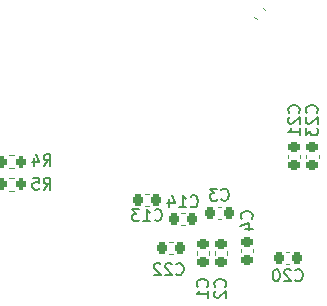
<source format=gbo>
%TF.GenerationSoftware,KiCad,Pcbnew,(7.0.0)*%
%TF.CreationDate,2023-04-01T17:32:09+03:00*%
%TF.ProjectId,base_board,62617365-5f62-46f6-9172-642e6b696361,rev?*%
%TF.SameCoordinates,Original*%
%TF.FileFunction,Legend,Bot*%
%TF.FilePolarity,Positive*%
%FSLAX46Y46*%
G04 Gerber Fmt 4.6, Leading zero omitted, Abs format (unit mm)*
G04 Created by KiCad (PCBNEW (7.0.0)) date 2023-04-01 17:32:09*
%MOMM*%
%LPD*%
G01*
G04 APERTURE LIST*
G04 Aperture macros list*
%AMRoundRect*
0 Rectangle with rounded corners*
0 $1 Rounding radius*
0 $2 $3 $4 $5 $6 $7 $8 $9 X,Y pos of 4 corners*
0 Add a 4 corners polygon primitive as box body*
4,1,4,$2,$3,$4,$5,$6,$7,$8,$9,$2,$3,0*
0 Add four circle primitives for the rounded corners*
1,1,$1+$1,$2,$3*
1,1,$1+$1,$4,$5*
1,1,$1+$1,$6,$7*
1,1,$1+$1,$8,$9*
0 Add four rect primitives between the rounded corners*
20,1,$1+$1,$2,$3,$4,$5,0*
20,1,$1+$1,$4,$5,$6,$7,0*
20,1,$1+$1,$6,$7,$8,$9,0*
20,1,$1+$1,$8,$9,$2,$3,0*%
G04 Aperture macros list end*
%ADD10C,0.150000*%
%ADD11C,0.120000*%
%ADD12C,3.200000*%
%ADD13R,1.700000X1.700000*%
%ADD14O,1.700000X1.700000*%
%ADD15C,0.650000*%
%ADD16O,2.100000X1.000000*%
%ADD17O,1.600000X1.000000*%
%ADD18RoundRect,0.225000X-0.225000X-0.250000X0.225000X-0.250000X0.225000X0.250000X-0.225000X0.250000X0*%
%ADD19RoundRect,0.225000X0.250000X-0.225000X0.250000X0.225000X-0.250000X0.225000X-0.250000X-0.225000X0*%
%ADD20RoundRect,0.225000X-0.250000X0.225000X-0.250000X-0.225000X0.250000X-0.225000X0.250000X0.225000X0*%
%ADD21RoundRect,0.225000X-0.335876X-0.017678X-0.017678X-0.335876X0.335876X0.017678X0.017678X0.335876X0*%
%ADD22RoundRect,0.225000X0.225000X0.250000X-0.225000X0.250000X-0.225000X-0.250000X0.225000X-0.250000X0*%
%ADD23RoundRect,0.200000X-0.200000X-0.275000X0.200000X-0.275000X0.200000X0.275000X-0.200000X0.275000X0*%
%ADD24RoundRect,0.200000X0.200000X0.275000X-0.200000X0.275000X-0.200000X-0.275000X0.200000X-0.275000X0*%
G04 APERTURE END LIST*
D10*
X132727857Y-109772142D02*
X132775476Y-109819761D01*
X132775476Y-109819761D02*
X132918333Y-109867380D01*
X132918333Y-109867380D02*
X133013571Y-109867380D01*
X133013571Y-109867380D02*
X133156428Y-109819761D01*
X133156428Y-109819761D02*
X133251666Y-109724523D01*
X133251666Y-109724523D02*
X133299285Y-109629285D01*
X133299285Y-109629285D02*
X133346904Y-109438809D01*
X133346904Y-109438809D02*
X133346904Y-109295952D01*
X133346904Y-109295952D02*
X133299285Y-109105476D01*
X133299285Y-109105476D02*
X133251666Y-109010238D01*
X133251666Y-109010238D02*
X133156428Y-108915000D01*
X133156428Y-108915000D02*
X133013571Y-108867380D01*
X133013571Y-108867380D02*
X132918333Y-108867380D01*
X132918333Y-108867380D02*
X132775476Y-108915000D01*
X132775476Y-108915000D02*
X132727857Y-108962619D01*
X132346904Y-108962619D02*
X132299285Y-108915000D01*
X132299285Y-108915000D02*
X132204047Y-108867380D01*
X132204047Y-108867380D02*
X131965952Y-108867380D01*
X131965952Y-108867380D02*
X131870714Y-108915000D01*
X131870714Y-108915000D02*
X131823095Y-108962619D01*
X131823095Y-108962619D02*
X131775476Y-109057857D01*
X131775476Y-109057857D02*
X131775476Y-109153095D01*
X131775476Y-109153095D02*
X131823095Y-109295952D01*
X131823095Y-109295952D02*
X132394523Y-109867380D01*
X132394523Y-109867380D02*
X131775476Y-109867380D01*
X131156428Y-108867380D02*
X131061190Y-108867380D01*
X131061190Y-108867380D02*
X130965952Y-108915000D01*
X130965952Y-108915000D02*
X130918333Y-108962619D01*
X130918333Y-108962619D02*
X130870714Y-109057857D01*
X130870714Y-109057857D02*
X130823095Y-109248333D01*
X130823095Y-109248333D02*
X130823095Y-109486428D01*
X130823095Y-109486428D02*
X130870714Y-109676904D01*
X130870714Y-109676904D02*
X130918333Y-109772142D01*
X130918333Y-109772142D02*
X130965952Y-109819761D01*
X130965952Y-109819761D02*
X131061190Y-109867380D01*
X131061190Y-109867380D02*
X131156428Y-109867380D01*
X131156428Y-109867380D02*
X131251666Y-109819761D01*
X131251666Y-109819761D02*
X131299285Y-109772142D01*
X131299285Y-109772142D02*
X131346904Y-109676904D01*
X131346904Y-109676904D02*
X131394523Y-109486428D01*
X131394523Y-109486428D02*
X131394523Y-109248333D01*
X131394523Y-109248333D02*
X131346904Y-109057857D01*
X131346904Y-109057857D02*
X131299285Y-108962619D01*
X131299285Y-108962619D02*
X131251666Y-108915000D01*
X131251666Y-108915000D02*
X131156428Y-108867380D01*
X134522142Y-95607142D02*
X134569761Y-95559523D01*
X134569761Y-95559523D02*
X134617380Y-95416666D01*
X134617380Y-95416666D02*
X134617380Y-95321428D01*
X134617380Y-95321428D02*
X134569761Y-95178571D01*
X134569761Y-95178571D02*
X134474523Y-95083333D01*
X134474523Y-95083333D02*
X134379285Y-95035714D01*
X134379285Y-95035714D02*
X134188809Y-94988095D01*
X134188809Y-94988095D02*
X134045952Y-94988095D01*
X134045952Y-94988095D02*
X133855476Y-95035714D01*
X133855476Y-95035714D02*
X133760238Y-95083333D01*
X133760238Y-95083333D02*
X133665000Y-95178571D01*
X133665000Y-95178571D02*
X133617380Y-95321428D01*
X133617380Y-95321428D02*
X133617380Y-95416666D01*
X133617380Y-95416666D02*
X133665000Y-95559523D01*
X133665000Y-95559523D02*
X133712619Y-95607142D01*
X133712619Y-95988095D02*
X133665000Y-96035714D01*
X133665000Y-96035714D02*
X133617380Y-96130952D01*
X133617380Y-96130952D02*
X133617380Y-96369047D01*
X133617380Y-96369047D02*
X133665000Y-96464285D01*
X133665000Y-96464285D02*
X133712619Y-96511904D01*
X133712619Y-96511904D02*
X133807857Y-96559523D01*
X133807857Y-96559523D02*
X133903095Y-96559523D01*
X133903095Y-96559523D02*
X134045952Y-96511904D01*
X134045952Y-96511904D02*
X134617380Y-95940476D01*
X134617380Y-95940476D02*
X134617380Y-96559523D01*
X133617380Y-96892857D02*
X133617380Y-97511904D01*
X133617380Y-97511904D02*
X133998333Y-97178571D01*
X133998333Y-97178571D02*
X133998333Y-97321428D01*
X133998333Y-97321428D02*
X134045952Y-97416666D01*
X134045952Y-97416666D02*
X134093571Y-97464285D01*
X134093571Y-97464285D02*
X134188809Y-97511904D01*
X134188809Y-97511904D02*
X134426904Y-97511904D01*
X134426904Y-97511904D02*
X134522142Y-97464285D01*
X134522142Y-97464285D02*
X134569761Y-97416666D01*
X134569761Y-97416666D02*
X134617380Y-97321428D01*
X134617380Y-97321428D02*
X134617380Y-97035714D01*
X134617380Y-97035714D02*
X134569761Y-96940476D01*
X134569761Y-96940476D02*
X134522142Y-96892857D01*
X126772142Y-110333333D02*
X126819761Y-110285714D01*
X126819761Y-110285714D02*
X126867380Y-110142857D01*
X126867380Y-110142857D02*
X126867380Y-110047619D01*
X126867380Y-110047619D02*
X126819761Y-109904762D01*
X126819761Y-109904762D02*
X126724523Y-109809524D01*
X126724523Y-109809524D02*
X126629285Y-109761905D01*
X126629285Y-109761905D02*
X126438809Y-109714286D01*
X126438809Y-109714286D02*
X126295952Y-109714286D01*
X126295952Y-109714286D02*
X126105476Y-109761905D01*
X126105476Y-109761905D02*
X126010238Y-109809524D01*
X126010238Y-109809524D02*
X125915000Y-109904762D01*
X125915000Y-109904762D02*
X125867380Y-110047619D01*
X125867380Y-110047619D02*
X125867380Y-110142857D01*
X125867380Y-110142857D02*
X125915000Y-110285714D01*
X125915000Y-110285714D02*
X125962619Y-110333333D01*
X125962619Y-110714286D02*
X125915000Y-110761905D01*
X125915000Y-110761905D02*
X125867380Y-110857143D01*
X125867380Y-110857143D02*
X125867380Y-111095238D01*
X125867380Y-111095238D02*
X125915000Y-111190476D01*
X125915000Y-111190476D02*
X125962619Y-111238095D01*
X125962619Y-111238095D02*
X126057857Y-111285714D01*
X126057857Y-111285714D02*
X126153095Y-111285714D01*
X126153095Y-111285714D02*
X126295952Y-111238095D01*
X126295952Y-111238095D02*
X126867380Y-110666667D01*
X126867380Y-110666667D02*
X126867380Y-111285714D01*
X125272142Y-110333333D02*
X125319761Y-110285714D01*
X125319761Y-110285714D02*
X125367380Y-110142857D01*
X125367380Y-110142857D02*
X125367380Y-110047619D01*
X125367380Y-110047619D02*
X125319761Y-109904762D01*
X125319761Y-109904762D02*
X125224523Y-109809524D01*
X125224523Y-109809524D02*
X125129285Y-109761905D01*
X125129285Y-109761905D02*
X124938809Y-109714286D01*
X124938809Y-109714286D02*
X124795952Y-109714286D01*
X124795952Y-109714286D02*
X124605476Y-109761905D01*
X124605476Y-109761905D02*
X124510238Y-109809524D01*
X124510238Y-109809524D02*
X124415000Y-109904762D01*
X124415000Y-109904762D02*
X124367380Y-110047619D01*
X124367380Y-110047619D02*
X124367380Y-110142857D01*
X124367380Y-110142857D02*
X124415000Y-110285714D01*
X124415000Y-110285714D02*
X124462619Y-110333333D01*
X125367380Y-111285714D02*
X125367380Y-110714286D01*
X125367380Y-111000000D02*
X124367380Y-111000000D01*
X124367380Y-111000000D02*
X124510238Y-110904762D01*
X124510238Y-110904762D02*
X124605476Y-110809524D01*
X124605476Y-110809524D02*
X124653095Y-110714286D01*
X129022142Y-104583333D02*
X129069761Y-104535714D01*
X129069761Y-104535714D02*
X129117380Y-104392857D01*
X129117380Y-104392857D02*
X129117380Y-104297619D01*
X129117380Y-104297619D02*
X129069761Y-104154762D01*
X129069761Y-104154762D02*
X128974523Y-104059524D01*
X128974523Y-104059524D02*
X128879285Y-104011905D01*
X128879285Y-104011905D02*
X128688809Y-103964286D01*
X128688809Y-103964286D02*
X128545952Y-103964286D01*
X128545952Y-103964286D02*
X128355476Y-104011905D01*
X128355476Y-104011905D02*
X128260238Y-104059524D01*
X128260238Y-104059524D02*
X128165000Y-104154762D01*
X128165000Y-104154762D02*
X128117380Y-104297619D01*
X128117380Y-104297619D02*
X128117380Y-104392857D01*
X128117380Y-104392857D02*
X128165000Y-104535714D01*
X128165000Y-104535714D02*
X128212619Y-104583333D01*
X128450714Y-105440476D02*
X129117380Y-105440476D01*
X128069761Y-105202381D02*
X128784047Y-104964286D01*
X128784047Y-104964286D02*
X128784047Y-105583333D01*
X126466666Y-102952142D02*
X126514285Y-102999761D01*
X126514285Y-102999761D02*
X126657142Y-103047380D01*
X126657142Y-103047380D02*
X126752380Y-103047380D01*
X126752380Y-103047380D02*
X126895237Y-102999761D01*
X126895237Y-102999761D02*
X126990475Y-102904523D01*
X126990475Y-102904523D02*
X127038094Y-102809285D01*
X127038094Y-102809285D02*
X127085713Y-102618809D01*
X127085713Y-102618809D02*
X127085713Y-102475952D01*
X127085713Y-102475952D02*
X127038094Y-102285476D01*
X127038094Y-102285476D02*
X126990475Y-102190238D01*
X126990475Y-102190238D02*
X126895237Y-102095000D01*
X126895237Y-102095000D02*
X126752380Y-102047380D01*
X126752380Y-102047380D02*
X126657142Y-102047380D01*
X126657142Y-102047380D02*
X126514285Y-102095000D01*
X126514285Y-102095000D02*
X126466666Y-102142619D01*
X126133332Y-102047380D02*
X125514285Y-102047380D01*
X125514285Y-102047380D02*
X125847618Y-102428333D01*
X125847618Y-102428333D02*
X125704761Y-102428333D01*
X125704761Y-102428333D02*
X125609523Y-102475952D01*
X125609523Y-102475952D02*
X125561904Y-102523571D01*
X125561904Y-102523571D02*
X125514285Y-102618809D01*
X125514285Y-102618809D02*
X125514285Y-102856904D01*
X125514285Y-102856904D02*
X125561904Y-102952142D01*
X125561904Y-102952142D02*
X125609523Y-102999761D01*
X125609523Y-102999761D02*
X125704761Y-103047380D01*
X125704761Y-103047380D02*
X125990475Y-103047380D01*
X125990475Y-103047380D02*
X126085713Y-102999761D01*
X126085713Y-102999761D02*
X126133332Y-102952142D01*
X123852857Y-103522142D02*
X123900476Y-103569761D01*
X123900476Y-103569761D02*
X124043333Y-103617380D01*
X124043333Y-103617380D02*
X124138571Y-103617380D01*
X124138571Y-103617380D02*
X124281428Y-103569761D01*
X124281428Y-103569761D02*
X124376666Y-103474523D01*
X124376666Y-103474523D02*
X124424285Y-103379285D01*
X124424285Y-103379285D02*
X124471904Y-103188809D01*
X124471904Y-103188809D02*
X124471904Y-103045952D01*
X124471904Y-103045952D02*
X124424285Y-102855476D01*
X124424285Y-102855476D02*
X124376666Y-102760238D01*
X124376666Y-102760238D02*
X124281428Y-102665000D01*
X124281428Y-102665000D02*
X124138571Y-102617380D01*
X124138571Y-102617380D02*
X124043333Y-102617380D01*
X124043333Y-102617380D02*
X123900476Y-102665000D01*
X123900476Y-102665000D02*
X123852857Y-102712619D01*
X122900476Y-103617380D02*
X123471904Y-103617380D01*
X123186190Y-103617380D02*
X123186190Y-102617380D01*
X123186190Y-102617380D02*
X123281428Y-102760238D01*
X123281428Y-102760238D02*
X123376666Y-102855476D01*
X123376666Y-102855476D02*
X123471904Y-102903095D01*
X122043333Y-102950714D02*
X122043333Y-103617380D01*
X122281428Y-102569761D02*
X122519523Y-103284047D01*
X122519523Y-103284047D02*
X121900476Y-103284047D01*
X122642857Y-109272142D02*
X122690476Y-109319761D01*
X122690476Y-109319761D02*
X122833333Y-109367380D01*
X122833333Y-109367380D02*
X122928571Y-109367380D01*
X122928571Y-109367380D02*
X123071428Y-109319761D01*
X123071428Y-109319761D02*
X123166666Y-109224523D01*
X123166666Y-109224523D02*
X123214285Y-109129285D01*
X123214285Y-109129285D02*
X123261904Y-108938809D01*
X123261904Y-108938809D02*
X123261904Y-108795952D01*
X123261904Y-108795952D02*
X123214285Y-108605476D01*
X123214285Y-108605476D02*
X123166666Y-108510238D01*
X123166666Y-108510238D02*
X123071428Y-108415000D01*
X123071428Y-108415000D02*
X122928571Y-108367380D01*
X122928571Y-108367380D02*
X122833333Y-108367380D01*
X122833333Y-108367380D02*
X122690476Y-108415000D01*
X122690476Y-108415000D02*
X122642857Y-108462619D01*
X122261904Y-108462619D02*
X122214285Y-108415000D01*
X122214285Y-108415000D02*
X122119047Y-108367380D01*
X122119047Y-108367380D02*
X121880952Y-108367380D01*
X121880952Y-108367380D02*
X121785714Y-108415000D01*
X121785714Y-108415000D02*
X121738095Y-108462619D01*
X121738095Y-108462619D02*
X121690476Y-108557857D01*
X121690476Y-108557857D02*
X121690476Y-108653095D01*
X121690476Y-108653095D02*
X121738095Y-108795952D01*
X121738095Y-108795952D02*
X122309523Y-109367380D01*
X122309523Y-109367380D02*
X121690476Y-109367380D01*
X121309523Y-108462619D02*
X121261904Y-108415000D01*
X121261904Y-108415000D02*
X121166666Y-108367380D01*
X121166666Y-108367380D02*
X120928571Y-108367380D01*
X120928571Y-108367380D02*
X120833333Y-108415000D01*
X120833333Y-108415000D02*
X120785714Y-108462619D01*
X120785714Y-108462619D02*
X120738095Y-108557857D01*
X120738095Y-108557857D02*
X120738095Y-108653095D01*
X120738095Y-108653095D02*
X120785714Y-108795952D01*
X120785714Y-108795952D02*
X121357142Y-109367380D01*
X121357142Y-109367380D02*
X120738095Y-109367380D01*
X111416666Y-100117380D02*
X111749999Y-99641190D01*
X111988094Y-100117380D02*
X111988094Y-99117380D01*
X111988094Y-99117380D02*
X111607142Y-99117380D01*
X111607142Y-99117380D02*
X111511904Y-99165000D01*
X111511904Y-99165000D02*
X111464285Y-99212619D01*
X111464285Y-99212619D02*
X111416666Y-99307857D01*
X111416666Y-99307857D02*
X111416666Y-99450714D01*
X111416666Y-99450714D02*
X111464285Y-99545952D01*
X111464285Y-99545952D02*
X111511904Y-99593571D01*
X111511904Y-99593571D02*
X111607142Y-99641190D01*
X111607142Y-99641190D02*
X111988094Y-99641190D01*
X110559523Y-99450714D02*
X110559523Y-100117380D01*
X110797618Y-99069761D02*
X111035713Y-99784047D01*
X111035713Y-99784047D02*
X110416666Y-99784047D01*
X133022142Y-95607142D02*
X133069761Y-95559523D01*
X133069761Y-95559523D02*
X133117380Y-95416666D01*
X133117380Y-95416666D02*
X133117380Y-95321428D01*
X133117380Y-95321428D02*
X133069761Y-95178571D01*
X133069761Y-95178571D02*
X132974523Y-95083333D01*
X132974523Y-95083333D02*
X132879285Y-95035714D01*
X132879285Y-95035714D02*
X132688809Y-94988095D01*
X132688809Y-94988095D02*
X132545952Y-94988095D01*
X132545952Y-94988095D02*
X132355476Y-95035714D01*
X132355476Y-95035714D02*
X132260238Y-95083333D01*
X132260238Y-95083333D02*
X132165000Y-95178571D01*
X132165000Y-95178571D02*
X132117380Y-95321428D01*
X132117380Y-95321428D02*
X132117380Y-95416666D01*
X132117380Y-95416666D02*
X132165000Y-95559523D01*
X132165000Y-95559523D02*
X132212619Y-95607142D01*
X132212619Y-95988095D02*
X132165000Y-96035714D01*
X132165000Y-96035714D02*
X132117380Y-96130952D01*
X132117380Y-96130952D02*
X132117380Y-96369047D01*
X132117380Y-96369047D02*
X132165000Y-96464285D01*
X132165000Y-96464285D02*
X132212619Y-96511904D01*
X132212619Y-96511904D02*
X132307857Y-96559523D01*
X132307857Y-96559523D02*
X132403095Y-96559523D01*
X132403095Y-96559523D02*
X132545952Y-96511904D01*
X132545952Y-96511904D02*
X133117380Y-95940476D01*
X133117380Y-95940476D02*
X133117380Y-96559523D01*
X133117380Y-97511904D02*
X133117380Y-96940476D01*
X133117380Y-97226190D02*
X132117380Y-97226190D01*
X132117380Y-97226190D02*
X132260238Y-97130952D01*
X132260238Y-97130952D02*
X132355476Y-97035714D01*
X132355476Y-97035714D02*
X132403095Y-96940476D01*
X111416666Y-102117380D02*
X111749999Y-101641190D01*
X111988094Y-102117380D02*
X111988094Y-101117380D01*
X111988094Y-101117380D02*
X111607142Y-101117380D01*
X111607142Y-101117380D02*
X111511904Y-101165000D01*
X111511904Y-101165000D02*
X111464285Y-101212619D01*
X111464285Y-101212619D02*
X111416666Y-101307857D01*
X111416666Y-101307857D02*
X111416666Y-101450714D01*
X111416666Y-101450714D02*
X111464285Y-101545952D01*
X111464285Y-101545952D02*
X111511904Y-101593571D01*
X111511904Y-101593571D02*
X111607142Y-101641190D01*
X111607142Y-101641190D02*
X111988094Y-101641190D01*
X110511904Y-101117380D02*
X110988094Y-101117380D01*
X110988094Y-101117380D02*
X111035713Y-101593571D01*
X111035713Y-101593571D02*
X110988094Y-101545952D01*
X110988094Y-101545952D02*
X110892856Y-101498333D01*
X110892856Y-101498333D02*
X110654761Y-101498333D01*
X110654761Y-101498333D02*
X110559523Y-101545952D01*
X110559523Y-101545952D02*
X110511904Y-101593571D01*
X110511904Y-101593571D02*
X110464285Y-101688809D01*
X110464285Y-101688809D02*
X110464285Y-101926904D01*
X110464285Y-101926904D02*
X110511904Y-102022142D01*
X110511904Y-102022142D02*
X110559523Y-102069761D01*
X110559523Y-102069761D02*
X110654761Y-102117380D01*
X110654761Y-102117380D02*
X110892856Y-102117380D01*
X110892856Y-102117380D02*
X110988094Y-102069761D01*
X110988094Y-102069761D02*
X111035713Y-102022142D01*
X120807857Y-104682142D02*
X120855476Y-104729761D01*
X120855476Y-104729761D02*
X120998333Y-104777380D01*
X120998333Y-104777380D02*
X121093571Y-104777380D01*
X121093571Y-104777380D02*
X121236428Y-104729761D01*
X121236428Y-104729761D02*
X121331666Y-104634523D01*
X121331666Y-104634523D02*
X121379285Y-104539285D01*
X121379285Y-104539285D02*
X121426904Y-104348809D01*
X121426904Y-104348809D02*
X121426904Y-104205952D01*
X121426904Y-104205952D02*
X121379285Y-104015476D01*
X121379285Y-104015476D02*
X121331666Y-103920238D01*
X121331666Y-103920238D02*
X121236428Y-103825000D01*
X121236428Y-103825000D02*
X121093571Y-103777380D01*
X121093571Y-103777380D02*
X120998333Y-103777380D01*
X120998333Y-103777380D02*
X120855476Y-103825000D01*
X120855476Y-103825000D02*
X120807857Y-103872619D01*
X119855476Y-104777380D02*
X120426904Y-104777380D01*
X120141190Y-104777380D02*
X120141190Y-103777380D01*
X120141190Y-103777380D02*
X120236428Y-103920238D01*
X120236428Y-103920238D02*
X120331666Y-104015476D01*
X120331666Y-104015476D02*
X120426904Y-104063095D01*
X119522142Y-103777380D02*
X118903095Y-103777380D01*
X118903095Y-103777380D02*
X119236428Y-104158333D01*
X119236428Y-104158333D02*
X119093571Y-104158333D01*
X119093571Y-104158333D02*
X118998333Y-104205952D01*
X118998333Y-104205952D02*
X118950714Y-104253571D01*
X118950714Y-104253571D02*
X118903095Y-104348809D01*
X118903095Y-104348809D02*
X118903095Y-104586904D01*
X118903095Y-104586904D02*
X118950714Y-104682142D01*
X118950714Y-104682142D02*
X118998333Y-104729761D01*
X118998333Y-104729761D02*
X119093571Y-104777380D01*
X119093571Y-104777380D02*
X119379285Y-104777380D01*
X119379285Y-104777380D02*
X119474523Y-104729761D01*
X119474523Y-104729761D02*
X119522142Y-104682142D01*
D11*
X131944420Y-107400000D02*
X132225580Y-107400000D01*
X131944420Y-108420000D02*
X132225580Y-108420000D01*
X133670000Y-99440580D02*
X133670000Y-99159420D01*
X134690000Y-99440580D02*
X134690000Y-99159420D01*
X126960000Y-107339420D02*
X126960000Y-107620580D01*
X125940000Y-107339420D02*
X125940000Y-107620580D01*
X129971219Y-86749970D02*
X130170030Y-86948781D01*
X129249970Y-87471219D02*
X129448781Y-87670030D01*
X125400000Y-107339420D02*
X125400000Y-107620580D01*
X124380000Y-107339420D02*
X124380000Y-107620580D01*
X129130000Y-107159420D02*
X129130000Y-107440580D01*
X128110000Y-107159420D02*
X128110000Y-107440580D01*
X126440580Y-104620000D02*
X126159420Y-104620000D01*
X126440580Y-103600000D02*
X126159420Y-103600000D01*
X123069420Y-104100000D02*
X123350580Y-104100000D01*
X123069420Y-105120000D02*
X123350580Y-105120000D01*
X122350580Y-107550000D02*
X122069420Y-107550000D01*
X122350580Y-106530000D02*
X122069420Y-106530000D01*
X108442742Y-99227500D02*
X108917258Y-99227500D01*
X108442742Y-100272500D02*
X108917258Y-100272500D01*
X132120000Y-99440580D02*
X132120000Y-99159420D01*
X133140000Y-99440580D02*
X133140000Y-99159420D01*
X108927258Y-102212500D02*
X108452742Y-102212500D01*
X108927258Y-101167500D02*
X108452742Y-101167500D01*
X120024420Y-102470000D02*
X120305580Y-102470000D01*
X120024420Y-103490000D02*
X120305580Y-103490000D01*
%LPC*%
D12*
X107000000Y-114000000D03*
D13*
X115839999Y-70459999D03*
D14*
X115839999Y-72999999D03*
X118379999Y-70459999D03*
X118379999Y-72999999D03*
X120919999Y-70459999D03*
X120919999Y-72999999D03*
X123459999Y-70459999D03*
X123459999Y-72999999D03*
X125999999Y-70459999D03*
X125999999Y-72999999D03*
X128539999Y-70459999D03*
X128539999Y-72999999D03*
X131079999Y-70459999D03*
X131079999Y-72999999D03*
X133619999Y-70459999D03*
X133619999Y-72999999D03*
X136159999Y-70459999D03*
X136159999Y-72999999D03*
X138699999Y-70459999D03*
X138699999Y-72999999D03*
D13*
X133169999Y-115749999D03*
D14*
X130629999Y-115749999D03*
X128089999Y-115749999D03*
X125549999Y-115749999D03*
X123009999Y-115749999D03*
X120469999Y-115749999D03*
D12*
X149000000Y-114000000D03*
X149000000Y-72000000D03*
D13*
X120279999Y-111869999D03*
D14*
X117739999Y-111869999D03*
X115199999Y-111869999D03*
X112659999Y-111869999D03*
D15*
X109915000Y-98090000D03*
X109915000Y-103870000D03*
D16*
X110414999Y-96659999D03*
D17*
X106234999Y-96659999D03*
D16*
X110414999Y-105299999D03*
D17*
X106234999Y-105299999D03*
D12*
X107000000Y-72000000D03*
D18*
X131310000Y-107910000D03*
X132860000Y-107910000D03*
D19*
X134180000Y-100075000D03*
X134180000Y-98525000D03*
D20*
X126450000Y-106705000D03*
X126450000Y-108255000D03*
D21*
X129161992Y-86661992D03*
X130258008Y-87758008D03*
D20*
X124890000Y-106705000D03*
X124890000Y-108255000D03*
X128620000Y-106525000D03*
X128620000Y-108075000D03*
D22*
X127075000Y-104110000D03*
X125525000Y-104110000D03*
D18*
X122435000Y-104610000D03*
X123985000Y-104610000D03*
D22*
X122985000Y-107040000D03*
X121435000Y-107040000D03*
D23*
X107855000Y-99750000D03*
X109505000Y-99750000D03*
D19*
X132630000Y-100075000D03*
X132630000Y-98525000D03*
D24*
X109515000Y-101690000D03*
X107865000Y-101690000D03*
D18*
X119390000Y-102980000D03*
X120940000Y-102980000D03*
M02*

</source>
